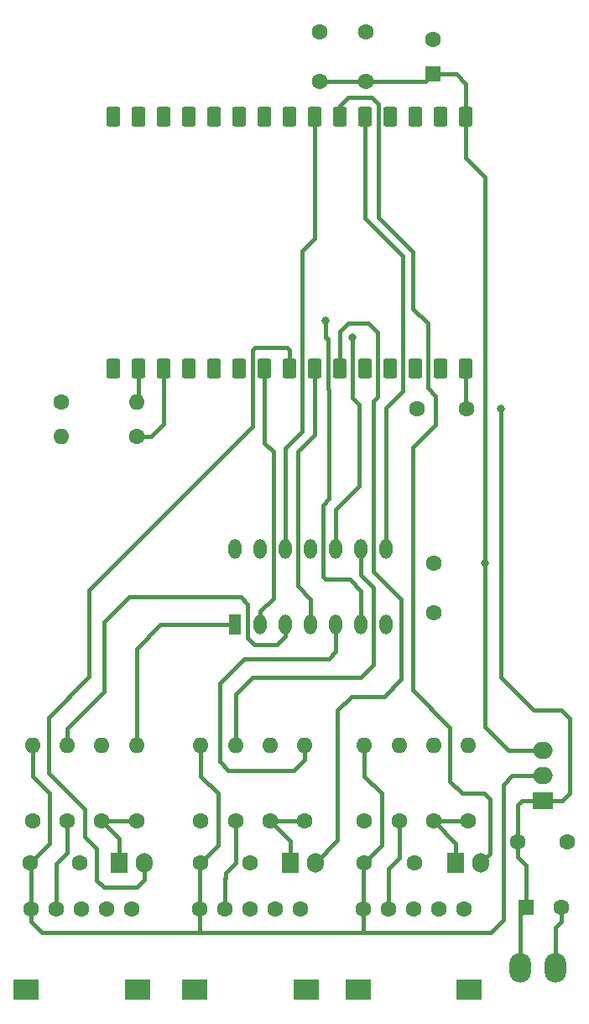
<source format=gbr>
%TF.GenerationSoftware,KiCad,Pcbnew,8.0.0*%
%TF.CreationDate,2024-03-07T23:13:00+02:00*%
%TF.ProjectId,touchdro-board,746f7563-6864-4726-9f2d-626f6172642e,rev?*%
%TF.SameCoordinates,Original*%
%TF.FileFunction,Copper,L1,Top*%
%TF.FilePolarity,Positive*%
%FSLAX46Y46*%
G04 Gerber Fmt 4.6, Leading zero omitted, Abs format (unit mm)*
G04 Created by KiCad (PCBNEW 8.0.0) date 2024-03-07 23:13:00*
%MOMM*%
%LPD*%
G01*
G04 APERTURE LIST*
G04 Aperture macros list*
%AMRoundRect*
0 Rectangle with rounded corners*
0 $1 Rounding radius*
0 $2 $3 $4 $5 $6 $7 $8 $9 X,Y pos of 4 corners*
0 Add a 4 corners polygon primitive as box body*
4,1,4,$2,$3,$4,$5,$6,$7,$8,$9,$2,$3,0*
0 Add four circle primitives for the rounded corners*
1,1,$1+$1,$2,$3*
1,1,$1+$1,$4,$5*
1,1,$1+$1,$6,$7*
1,1,$1+$1,$8,$9*
0 Add four rect primitives between the rounded corners*
20,1,$1+$1,$2,$3,$4,$5,0*
20,1,$1+$1,$4,$5,$6,$7,0*
20,1,$1+$1,$6,$7,$8,$9,0*
20,1,$1+$1,$8,$9,$2,$3,0*%
G04 Aperture macros list end*
%TA.AperFunction,ComponentPad*%
%ADD10C,1.600000*%
%TD*%
%TA.AperFunction,ComponentPad*%
%ADD11R,1.600000X1.600000*%
%TD*%
%TA.AperFunction,ComponentPad*%
%ADD12O,1.600000X1.600000*%
%TD*%
%TA.AperFunction,ComponentPad*%
%ADD13R,2.500000X2.000000*%
%TD*%
%TA.AperFunction,ComponentPad*%
%ADD14R,2.000000X1.700000*%
%TD*%
%TA.AperFunction,ComponentPad*%
%ADD15O,2.000000X1.700000*%
%TD*%
%TA.AperFunction,ComponentPad*%
%ADD16R,1.300000X2.000000*%
%TD*%
%TA.AperFunction,ComponentPad*%
%ADD17O,1.300000X2.000000*%
%TD*%
%TA.AperFunction,ComponentPad*%
%ADD18R,1.700000X2.000000*%
%TD*%
%TA.AperFunction,ComponentPad*%
%ADD19O,1.700000X2.000000*%
%TD*%
%TA.AperFunction,ComponentPad*%
%ADD20RoundRect,0.229659X0.470341X-0.770341X0.470341X0.770341X-0.470341X0.770341X-0.470341X-0.770341X0*%
%TD*%
%TA.AperFunction,ComponentPad*%
%ADD21O,2.200000X3.000000*%
%TD*%
%TA.AperFunction,ViaPad*%
%ADD22C,0.800000*%
%TD*%
%TA.AperFunction,Conductor*%
%ADD23C,0.400000*%
%TD*%
G04 APERTURE END LIST*
D10*
%TO.P,C4,1*%
%TO.N,+3V3*%
X146580000Y-61690000D03*
%TO.P,C4,2*%
%TO.N,GND*%
X146580000Y-56690000D03*
%TD*%
D11*
%TO.P,C6,1*%
%TO.N,+5V*%
X162777349Y-144990000D03*
D10*
%TO.P,C6,2*%
%TO.N,GND*%
X166277349Y-144990000D03*
%TD*%
%TO.P,R13,1*%
%TO.N,/Y_CLK*%
X136930000Y-136300000D03*
D12*
%TO.P,R13,2*%
%TO.N,/SCALE_VIN*%
X136930000Y-128680000D03*
%TD*%
D10*
%TO.P,C5,1*%
%TO.N,+3V3*%
X141930000Y-61690000D03*
%TO.P,C5,2*%
%TO.N,GND*%
X141930000Y-56690000D03*
%TD*%
%TO.P,R2,1*%
%TO.N,/X_D*%
X116430000Y-136300000D03*
D12*
%TO.P,R2,2*%
%TO.N,Net-(R2-Pad2)*%
X116430000Y-128680000D03*
%TD*%
D10*
%TO.P,R12,1*%
%TO.N,/X_D*%
X112930000Y-136300000D03*
D12*
%TO.P,R12,2*%
%TO.N,/SCALE_VIN*%
X112930000Y-128680000D03*
%TD*%
D10*
%TO.P,C1,1*%
%TO.N,+3V3*%
X153430000Y-110290000D03*
%TO.P,C1,2*%
%TO.N,GND*%
X153430000Y-115290000D03*
%TD*%
%TO.P,C2,1*%
%TO.N,/SCALE_VIN*%
X112705000Y-140495000D03*
%TO.P,C2,2*%
%TO.N,GND*%
X117705000Y-140495000D03*
%TD*%
%TO.P,J1,1,VBUS*%
%TO.N,/SCALE_VIN*%
X112830000Y-145190000D03*
%TO.P,J1,2,D-*%
%TO.N,/X_D*%
X115370000Y-145190000D03*
%TO.P,J1,3,D+*%
%TO.N,/X_CLK*%
X117910000Y-145190000D03*
%TO.P,J1,4,ID*%
%TO.N,unconnected-(J1-ID-Pad4)*%
X120450000Y-145190000D03*
%TO.P,J1,5,GND*%
%TO.N,GND*%
X122990000Y-145190000D03*
D13*
%TO.P,J1,6,Shield*%
X112330000Y-153290000D03*
X123530000Y-153290000D03*
%TD*%
D10*
%TO.P,C9,1*%
%TO.N,/SCALE_VIN*%
X129930000Y-140485000D03*
%TO.P,C9,2*%
%TO.N,GND*%
X134930000Y-140485000D03*
%TD*%
D14*
%TO.P,J20,1,Pin_1*%
%TO.N,+5V*%
X164430000Y-134215000D03*
D15*
%TO.P,J20,2,Pin_2*%
%TO.N,/SCALE_VIN*%
X164430000Y-131675000D03*
%TO.P,J20,3,Pin_3*%
%TO.N,+3V3*%
X164430000Y-129135000D03*
%TD*%
D16*
%TO.P,U1,1*%
%TO.N,Net-(R1-Pad2)*%
X133390000Y-116490000D03*
D17*
%TO.P,U1,2*%
%TO.N,/X_CLOCK_IN*%
X135930000Y-116490000D03*
%TO.P,U1,3*%
%TO.N,Net-(R2-Pad2)*%
X138470000Y-116490000D03*
%TO.P,U1,4*%
%TO.N,/X_DATA*%
X141010000Y-116490000D03*
%TO.P,U1,5*%
%TO.N,Net-(R15-Pad2)*%
X143550000Y-116490000D03*
%TO.P,U1,6*%
%TO.N,/Y_CLOCK_IN*%
X146090000Y-116490000D03*
%TO.P,U1,7,GND*%
%TO.N,GND*%
X148630000Y-116490000D03*
%TO.P,U1,8*%
%TO.N,/Y_DATA*%
X148630000Y-108870000D03*
%TO.P,U1,9*%
%TO.N,Net-(R16-Pad2)*%
X146090000Y-108870000D03*
%TO.P,U1,10*%
%TO.N,/Z_CLOCK_IN*%
X143550000Y-108870000D03*
%TO.P,U1,11*%
%TO.N,Net-(R19-Pad2)*%
X141010000Y-108870000D03*
%TO.P,U1,12*%
%TO.N,/Z_DATA*%
X138470000Y-108870000D03*
%TO.P,U1,13*%
%TO.N,Net-(R20-Pad2)*%
X135930000Y-108870000D03*
%TO.P,U1,14,VCC*%
%TO.N,+3V3*%
X133390000Y-108870000D03*
%TD*%
D10*
%TO.P,C7,1*%
%TO.N,+5V*%
X156730000Y-94690000D03*
%TO.P,C7,2*%
%TO.N,GND*%
X151730000Y-94690000D03*
%TD*%
%TO.P,C10,1*%
%TO.N,/SCALE_VIN*%
X146450000Y-140485000D03*
%TO.P,C10,2*%
%TO.N,GND*%
X151450000Y-140485000D03*
%TD*%
%TO.P,R17,1*%
%TO.N,/Z_CLK*%
X153430000Y-136300000D03*
D12*
%TO.P,R17,2*%
%TO.N,/SCALE_VIN*%
X153430000Y-128680000D03*
%TD*%
D10*
%TO.P,R19,1*%
%TO.N,/Z_CLK*%
X156930000Y-136300000D03*
D12*
%TO.P,R19,2*%
%TO.N,Net-(R19-Pad2)*%
X156930000Y-128680000D03*
%TD*%
D18*
%TO.P,JP1,1,A*%
%TO.N,/X_CLK*%
X121655000Y-140495000D03*
D19*
%TO.P,JP1,2,B*%
%TO.N,/X_CLOCK_OUT*%
X124195000Y-140495000D03*
%TD*%
D10*
%TO.P,R1,1*%
%TO.N,/X_CLK*%
X123430000Y-136300000D03*
D12*
%TO.P,R1,2*%
%TO.N,Net-(R1-Pad2)*%
X123430000Y-128680000D03*
%TD*%
D20*
%TO.P,U3,1,EN*%
%TO.N,unconnected-(U3-EN-Pad1)*%
X121120000Y-90640000D03*
%TO.P,U3,2,SENSOR_VP*%
%TO.N,/SEN_VP*%
X123660000Y-90640000D03*
%TO.P,U3,3,SENSOR_VN*%
%TO.N,/SEN_VN*%
X126200000Y-90640000D03*
%TO.P,U3,4,IO34*%
%TO.N,unconnected-(U3-IO34-Pad4)*%
X128740000Y-90640000D03*
%TO.P,U3,5,IO35*%
%TO.N,/Z_CLOCK_IN*%
X131280000Y-90640000D03*
%TO.P,U3,6,IO32*%
%TO.N,/Y_CLOCK_IN*%
X133820000Y-90640000D03*
%TO.P,U3,7,IO33*%
%TO.N,/X_CLOCK_IN*%
X136360000Y-90640000D03*
%TO.P,U3,8,IO25*%
%TO.N,/X_CLOCK_OUT*%
X138900000Y-90640000D03*
%TO.P,U3,9,IO26*%
%TO.N,/X_DATA*%
X141440000Y-90640000D03*
%TO.P,U3,10,IO27*%
%TO.N,/Y_CLOCK_OUT*%
X143980000Y-90640000D03*
%TO.P,U3,11,IO14*%
%TO.N,unconnected-(U3-IO14-Pad11)*%
X146520000Y-90640000D03*
%TO.P,U3,12,IO12*%
%TO.N,unconnected-(U3-IO12-Pad12)*%
X149060000Y-90640000D03*
%TO.P,U3,13,IO13*%
%TO.N,unconnected-(U3-IO13-Pad13)*%
X151600000Y-90640000D03*
%TO.P,U3,14,GND*%
%TO.N,GND*%
X154140000Y-90640000D03*
%TO.P,U3,15,VIN*%
%TO.N,+5V*%
X156680000Y-90640000D03*
%TO.P,U3,16,3V3*%
%TO.N,+3V3*%
X156680000Y-65240000D03*
%TO.P,U3,17,GND*%
%TO.N,GND*%
X154140000Y-65240000D03*
%TO.P,U3,18,IO15*%
%TO.N,unconnected-(U3-IO15-Pad18)*%
X151600000Y-65240000D03*
%TO.P,U3,19,IO2*%
%TO.N,unconnected-(U3-IO2-Pad19)*%
X149060000Y-65240000D03*
%TO.P,U3,20,IO4*%
%TO.N,/Y_DATA*%
X146520000Y-65240000D03*
%TO.P,U3,21,IO16*%
%TO.N,/Z_CLOCK_OUT*%
X143980000Y-65240000D03*
%TO.P,U3,22,IO17*%
%TO.N,/Z_DATA*%
X141440000Y-65240000D03*
%TO.P,U3,23,IO5*%
%TO.N,unconnected-(U3-IO5-Pad23)*%
X138900000Y-65240000D03*
%TO.P,U3,24,IO18*%
%TO.N,unconnected-(U3-IO18-Pad24)*%
X136360000Y-65240000D03*
%TO.P,U3,25,IO19*%
%TO.N,unconnected-(U3-IO19-Pad25)*%
X133820000Y-65240000D03*
%TO.P,U3,26,IO21*%
%TO.N,unconnected-(U3-IO21-Pad26)*%
X131280000Y-65240000D03*
%TO.P,U3,27,RXD0/IO3*%
%TO.N,unconnected-(U3-RXD0{slash}IO3-Pad27)*%
X128740000Y-65240000D03*
%TO.P,U3,28,TXD0/IO1*%
%TO.N,unconnected-(U3-TXD0{slash}IO1-Pad28)*%
X126200000Y-65240000D03*
%TO.P,U3,29,IO22*%
%TO.N,unconnected-(U3-IO22-Pad29)*%
X123660000Y-65240000D03*
%TO.P,U3,30,IO23*%
%TO.N,unconnected-(U3-IO23-Pad30)*%
X121120000Y-65240000D03*
%TD*%
D10*
%TO.P,R11,1*%
%TO.N,/X_CLK*%
X119930000Y-136300000D03*
D12*
%TO.P,R11,2*%
%TO.N,/SCALE_VIN*%
X119930000Y-128680000D03*
%TD*%
D10*
%TO.P,R18,1*%
%TO.N,/Z_D*%
X146430000Y-136300000D03*
D12*
%TO.P,R18,2*%
%TO.N,/SCALE_VIN*%
X146430000Y-128680000D03*
%TD*%
D18*
%TO.P,JP3,1,A*%
%TO.N,/Z_CLK*%
X155655000Y-140495000D03*
D19*
%TO.P,JP3,2,B*%
%TO.N,/Z_CLOCK_OUT*%
X158195000Y-140495000D03*
%TD*%
D10*
%TO.P,R4,1*%
%TO.N,/SEN_VN*%
X123490000Y-97490000D03*
D12*
%TO.P,R4,2*%
%TO.N,GND*%
X115870000Y-97490000D03*
%TD*%
D10*
%TO.P,J2,1,VBUS*%
%TO.N,/SCALE_VIN*%
X129830000Y-145190000D03*
%TO.P,J2,2,D-*%
%TO.N,/Y_D*%
X132370000Y-145190000D03*
%TO.P,J2,3,D+*%
%TO.N,/Y_CLK*%
X134910000Y-145190000D03*
%TO.P,J2,4,ID*%
%TO.N,unconnected-(J2-ID-Pad4)*%
X137450000Y-145190000D03*
%TO.P,J2,5,GND*%
%TO.N,GND*%
X139990000Y-145190000D03*
D13*
%TO.P,J2,6,Shield*%
X129330000Y-153290000D03*
X140530000Y-153290000D03*
%TD*%
D11*
%TO.P,C11,1*%
%TO.N,+3V3*%
X153330000Y-60940000D03*
D10*
%TO.P,C11,2*%
%TO.N,GND*%
X153330000Y-57440000D03*
%TD*%
D18*
%TO.P,JP2,1,A*%
%TO.N,/Y_CLK*%
X138930000Y-140490000D03*
D19*
%TO.P,JP2,2,B*%
%TO.N,/Y_CLOCK_OUT*%
X141470000Y-140490000D03*
%TD*%
D21*
%TO.P,TB1,1*%
%TO.N,+5V*%
X162180000Y-151090000D03*
%TO.P,TB1,2*%
%TO.N,GND*%
X165680000Y-151090000D03*
%TD*%
D10*
%TO.P,R20,1*%
%TO.N,/Z_D*%
X149930000Y-136300000D03*
D12*
%TO.P,R20,2*%
%TO.N,Net-(R20-Pad2)*%
X149930000Y-128680000D03*
%TD*%
D10*
%TO.P,R3,1*%
%TO.N,GND*%
X115870000Y-93990000D03*
D12*
%TO.P,R3,2*%
%TO.N,/SEN_VP*%
X123490000Y-93990000D03*
%TD*%
D10*
%TO.P,R15,1*%
%TO.N,/Y_CLK*%
X140430000Y-136300000D03*
D12*
%TO.P,R15,2*%
%TO.N,Net-(R15-Pad2)*%
X140430000Y-128680000D03*
%TD*%
D10*
%TO.P,R14,1*%
%TO.N,/Y_D*%
X129930000Y-136300000D03*
D12*
%TO.P,R14,2*%
%TO.N,/SCALE_VIN*%
X129930000Y-128680000D03*
%TD*%
D10*
%TO.P,J3,1,VBUS*%
%TO.N,/SCALE_VIN*%
X146330000Y-145190000D03*
%TO.P,J3,2,D-*%
%TO.N,/Z_D*%
X148870000Y-145190000D03*
%TO.P,J3,3,D+*%
%TO.N,/Z_CLK*%
X151410000Y-145190000D03*
%TO.P,J3,4,ID*%
%TO.N,unconnected-(J3-ID-Pad4)*%
X153950000Y-145190000D03*
%TO.P,J3,5,GND*%
%TO.N,GND*%
X156490000Y-145190000D03*
D13*
%TO.P,J3,6,Shield*%
X145830000Y-153290000D03*
X157030000Y-153290000D03*
%TD*%
D10*
%TO.P,R16,1*%
%TO.N,/Y_D*%
X133430000Y-136300000D03*
D12*
%TO.P,R16,2*%
%TO.N,Net-(R16-Pad2)*%
X133430000Y-128680000D03*
%TD*%
D10*
%TO.P,C8,1*%
%TO.N,+5V*%
X161930000Y-138390000D03*
%TO.P,C8,2*%
%TO.N,GND*%
X166930000Y-138390000D03*
%TD*%
D22*
%TO.N,/Y_CLOCK_IN*%
X142530000Y-85790000D03*
%TO.N,+5V*%
X160230000Y-94690000D03*
%TO.N,+3V3*%
X158630000Y-110290000D03*
%TO.N,/Z_CLOCK_IN*%
X145230000Y-87490000D03*
%TD*%
D23*
%TO.N,Net-(R1-Pad2)*%
X133390000Y-116490000D02*
X125830000Y-116490000D01*
X123430000Y-118890000D02*
X125830000Y-116490000D01*
X123430000Y-128680000D02*
X123430000Y-118890000D01*
%TO.N,/X_CLOCK_IN*%
X135930000Y-115090000D02*
X135930000Y-116490000D01*
X137230000Y-113790000D02*
X135930000Y-115090000D01*
X136360000Y-90640000D02*
X136360000Y-98120000D01*
X137230000Y-98990000D02*
X137230000Y-113790000D01*
X136360000Y-98120000D02*
X137230000Y-98990000D01*
%TO.N,Net-(R2-Pad2)*%
X135330000Y-118490000D02*
X137630000Y-118490000D01*
X134630000Y-114390000D02*
X134630000Y-117790000D01*
X137630000Y-118490000D02*
X138470000Y-117650000D01*
X120180000Y-123240000D02*
X120180000Y-116190000D01*
X116430000Y-128680000D02*
X116430000Y-126990000D01*
X122680000Y-113690000D02*
X133930000Y-113690000D01*
X138470000Y-117650000D02*
X138470000Y-116490000D01*
X134630000Y-117790000D02*
X135330000Y-118490000D01*
X133930000Y-113690000D02*
X134630000Y-114390000D01*
X116430000Y-126990000D02*
X120180000Y-123240000D01*
X120180000Y-116190000D02*
X122680000Y-113690000D01*
%TO.N,/X_DATA*%
X141010000Y-116490000D02*
X141010000Y-113870000D01*
X141010000Y-113870000D02*
X139730000Y-112590000D01*
X141440000Y-97280000D02*
X139730000Y-98990000D01*
X139730000Y-112590000D02*
X139730000Y-98990000D01*
X141440000Y-90640000D02*
X141440000Y-97280000D01*
%TO.N,/SCALE_VIN*%
X114680000Y-138520000D02*
X114680000Y-133740000D01*
X146430000Y-131740000D02*
X148180000Y-133490000D01*
X160430000Y-132590000D02*
X160430000Y-146240000D01*
X131680000Y-138735000D02*
X131680000Y-133490000D01*
X146450000Y-145070000D02*
X146330000Y-145190000D01*
X129930000Y-131740000D02*
X129930000Y-128680000D01*
X146450000Y-140485000D02*
X148180000Y-138755000D01*
X112830000Y-141115000D02*
X112705000Y-140990000D01*
X129930000Y-140485000D02*
X131680000Y-138735000D01*
X114680000Y-133490000D02*
X112930000Y-131740000D01*
X129830000Y-145190000D02*
X129830000Y-140585000D01*
X113930000Y-147490000D02*
X112830000Y-146390000D01*
X146430000Y-147490000D02*
X129930000Y-147490000D01*
X114680000Y-133740000D02*
X114680000Y-133490000D01*
X148180000Y-138755000D02*
X148180000Y-133490000D01*
X146430000Y-128680000D02*
X146430000Y-129740000D01*
X129930000Y-147490000D02*
X113930000Y-147490000D01*
X146330000Y-145190000D02*
X146330000Y-140605000D01*
X112930000Y-131740000D02*
X112930000Y-128680000D01*
X146430000Y-129740000D02*
X146430000Y-131740000D01*
X112830000Y-140620000D02*
X112705000Y-140495000D01*
X131680000Y-133490000D02*
X129930000Y-131740000D01*
X160430000Y-146240000D02*
X159180000Y-147490000D01*
X129830000Y-147390000D02*
X129930000Y-147490000D01*
X112705000Y-140495000D02*
X114680000Y-138520000D01*
X129830000Y-145190000D02*
X129830000Y-147390000D01*
X112830000Y-146390000D02*
X112830000Y-145190000D01*
X146330000Y-145190000D02*
X146330000Y-147390000D01*
X112830000Y-145190000D02*
X112830000Y-140620000D01*
X164430000Y-131675000D02*
X161345000Y-131675000D01*
X146330000Y-140605000D02*
X146450000Y-140485000D01*
X161345000Y-131675000D02*
X160430000Y-132590000D01*
X146330000Y-147390000D02*
X146430000Y-147490000D01*
X129830000Y-140585000D02*
X129930000Y-140485000D01*
X159180000Y-147490000D02*
X146430000Y-147490000D01*
%TO.N,/Y_CLOCK_IN*%
X142530000Y-85790000D02*
X142530000Y-87490000D01*
X142830000Y-92790000D02*
X142830000Y-103790000D01*
X142230000Y-104390000D02*
X142230000Y-111590000D01*
X144930000Y-111890000D02*
X146090000Y-113050000D01*
X142230000Y-111590000D02*
X142530000Y-111890000D01*
X142830000Y-103790000D02*
X142230000Y-104390000D01*
X142730000Y-87690000D02*
X142730000Y-92690000D01*
X146090000Y-113050000D02*
X146090000Y-116490000D01*
X142730000Y-92690000D02*
X142830000Y-92790000D01*
X142530000Y-87490000D02*
X142730000Y-87690000D01*
X142530000Y-111890000D02*
X144930000Y-111890000D01*
%TO.N,GND*%
X166277349Y-146392651D02*
X165680000Y-146990000D01*
X165680000Y-146990000D02*
X165680000Y-151090000D01*
X166277349Y-144990000D02*
X166277349Y-146392651D01*
%TO.N,/Y_DATA*%
X148630000Y-108870000D02*
X148630000Y-94590000D01*
X146520000Y-75480000D02*
X150330000Y-79290000D01*
X150330000Y-92890000D02*
X150330000Y-79290000D01*
X146520000Y-65240000D02*
X146520000Y-75480000D01*
X148630000Y-94590000D02*
X150330000Y-92890000D01*
%TO.N,+5V*%
X162777349Y-145142651D02*
X162180000Y-145740000D01*
X162777349Y-140790000D02*
X161930000Y-139942651D01*
X166330000Y-125090000D02*
X167130000Y-125890000D01*
X162777349Y-144990000D02*
X162777349Y-140790000D01*
X161930000Y-138390000D02*
X161930000Y-134615000D01*
X156680000Y-94640000D02*
X156730000Y-94690000D01*
X162180000Y-145740000D02*
X162180000Y-151090000D01*
X156680000Y-90640000D02*
X156680000Y-94640000D01*
X167130000Y-125890000D02*
X167130000Y-133490000D01*
X163530000Y-125090000D02*
X166330000Y-125090000D01*
X166405000Y-134215000D02*
X167130000Y-133490000D01*
X161930000Y-134615000D02*
X162330000Y-134215000D01*
X164430000Y-134215000D02*
X166405000Y-134215000D01*
X162777349Y-144990000D02*
X162777349Y-145142651D01*
X160230000Y-94690000D02*
X160230000Y-121790000D01*
X161930000Y-139942651D02*
X161930000Y-138390000D01*
X160230000Y-121790000D02*
X163530000Y-125090000D01*
X164430000Y-134215000D02*
X162330000Y-134215000D01*
%TO.N,+3V3*%
X141930000Y-61690000D02*
X146580000Y-61690000D01*
X156680000Y-65240000D02*
X156680000Y-61890000D01*
X158630000Y-126790000D02*
X158630000Y-71290000D01*
X158630000Y-71290000D02*
X156680000Y-69340000D01*
X146580000Y-61690000D02*
X152580000Y-61690000D01*
X153330000Y-60940000D02*
X155730000Y-60940000D01*
X152580000Y-61690000D02*
X153330000Y-60940000D01*
X160975000Y-129135000D02*
X158630000Y-126790000D01*
X155730000Y-60940000D02*
X156680000Y-61890000D01*
X164430000Y-129135000D02*
X160975000Y-129135000D01*
X156680000Y-69340000D02*
X156680000Y-65240000D01*
%TO.N,Net-(R15-Pad2)*%
X140430000Y-130090000D02*
X139330000Y-131190000D01*
X140430000Y-128680000D02*
X140430000Y-130090000D01*
X134330000Y-119890000D02*
X142830000Y-119890000D01*
X132730000Y-131190000D02*
X131830000Y-130290000D01*
X139330000Y-131190000D02*
X132730000Y-131190000D01*
X131830000Y-122390000D02*
X134330000Y-119890000D01*
X143550000Y-116490000D02*
X143550000Y-119170000D01*
X143550000Y-119170000D02*
X142830000Y-119890000D01*
X131830000Y-130290000D02*
X131830000Y-122390000D01*
%TO.N,/Z_CLOCK_IN*%
X145230000Y-93590000D02*
X145930000Y-94290000D01*
X145230000Y-87490000D02*
X145230000Y-93590000D01*
X145930000Y-94290000D02*
X145930000Y-102490000D01*
X143550000Y-104870000D02*
X143550000Y-108870000D01*
X145930000Y-102490000D02*
X143550000Y-104870000D01*
%TO.N,Net-(R16-Pad2)*%
X133430000Y-123490000D02*
X133430000Y-128680000D01*
X146090000Y-108870000D02*
X146090000Y-111450000D01*
X135130000Y-121790000D02*
X133430000Y-123490000D01*
X147330000Y-112690000D02*
X147330000Y-120490000D01*
X146030000Y-121790000D02*
X135130000Y-121790000D01*
X146090000Y-111450000D02*
X147330000Y-112690000D01*
X147330000Y-120490000D02*
X146030000Y-121790000D01*
%TO.N,/Z_DATA*%
X140130000Y-96990000D02*
X140130000Y-78790000D01*
X141440000Y-65240000D02*
X141440000Y-77480000D01*
X141440000Y-77480000D02*
X140130000Y-78790000D01*
X138470000Y-108870000D02*
X138470000Y-98650000D01*
X138470000Y-98650000D02*
X140130000Y-96990000D01*
%TO.N,/X_D*%
X115370000Y-145190000D02*
X115370000Y-140550000D01*
X116430000Y-139490000D02*
X116430000Y-136300000D01*
X115370000Y-140550000D02*
X116430000Y-139490000D01*
%TO.N,/X_CLK*%
X121655000Y-138025000D02*
X119930000Y-136300000D01*
X121655000Y-140495000D02*
X121655000Y-138025000D01*
X123430000Y-136300000D02*
X119930000Y-136300000D01*
%TO.N,/Y_D*%
X132370000Y-142050000D02*
X132370000Y-145190000D01*
X133430000Y-136300000D02*
X133430000Y-140490000D01*
X133430000Y-140490000D02*
X132430000Y-141490000D01*
X132430000Y-141990000D02*
X132370000Y-142050000D01*
X132430000Y-141490000D02*
X132430000Y-141990000D01*
%TO.N,/Y_CLK*%
X138930000Y-140490000D02*
X138930000Y-138300000D01*
X138930000Y-138300000D02*
X136930000Y-136300000D01*
X136930000Y-136300000D02*
X140430000Y-136300000D01*
%TO.N,/Z_D*%
X148870000Y-145190000D02*
X148870000Y-141050000D01*
X148870000Y-141050000D02*
X149930000Y-139990000D01*
X149930000Y-139990000D02*
X149930000Y-136300000D01*
%TO.N,/Z_CLK*%
X155655000Y-140495000D02*
X155655000Y-138525000D01*
X153430000Y-136300000D02*
X156930000Y-136300000D01*
X155655000Y-138525000D02*
X153430000Y-136300000D01*
%TO.N,/Y_CLOCK_OUT*%
X148430000Y-123690000D02*
X145130000Y-123690000D01*
X150130000Y-121990000D02*
X148430000Y-123690000D01*
X147730000Y-86990000D02*
X147730000Y-93490000D01*
X150130000Y-113890000D02*
X150130000Y-121990000D01*
X147330000Y-111090000D02*
X150130000Y-113890000D01*
X147730000Y-93490000D02*
X147330000Y-93890000D01*
X147330000Y-93890000D02*
X147330000Y-111090000D01*
X143730000Y-125090000D02*
X143730000Y-138230000D01*
X143980000Y-86940000D02*
X144830000Y-86090000D01*
X143980000Y-90640000D02*
X143980000Y-86940000D01*
X145130000Y-123690000D02*
X143730000Y-125090000D01*
X146830000Y-86090000D02*
X147730000Y-86990000D01*
X144830000Y-86090000D02*
X146830000Y-86090000D01*
X143730000Y-138230000D02*
X141470000Y-140490000D01*
%TO.N,/Z_CLOCK_OUT*%
X143980000Y-64140000D02*
X143980000Y-65240000D01*
X158530000Y-133490000D02*
X156330000Y-133490000D01*
X151330000Y-78890000D02*
X147830000Y-75390000D01*
X156330000Y-133490000D02*
X155080000Y-132240000D01*
X151330000Y-84590000D02*
X151330000Y-78890000D01*
X151330000Y-123090000D02*
X151330000Y-98590000D01*
X158195000Y-140495000D02*
X159130000Y-139560000D01*
X147830000Y-75390000D02*
X147830000Y-63990000D01*
X159130000Y-139560000D02*
X159130000Y-134090000D01*
X144830000Y-63290000D02*
X143980000Y-64140000D01*
X159130000Y-134090000D02*
X158530000Y-133490000D01*
X153630000Y-96290000D02*
X153630000Y-93390000D01*
X153630000Y-93390000D02*
X152830000Y-92590000D01*
X151330000Y-98590000D02*
X153630000Y-96290000D01*
X147830000Y-63990000D02*
X147130000Y-63290000D01*
X155080000Y-132240000D02*
X155080000Y-126840000D01*
X152830000Y-92590000D02*
X152830000Y-86090000D01*
X155080000Y-126840000D02*
X151330000Y-123090000D01*
X147130000Y-63290000D02*
X144830000Y-63290000D01*
X152830000Y-86090000D02*
X151330000Y-84590000D01*
%TO.N,/X_CLOCK_OUT*%
X119430000Y-142290000D02*
X119430000Y-139090000D01*
X135430000Y-88490000D02*
X138650000Y-88490000D01*
X138650000Y-88490000D02*
X138900000Y-88740000D01*
X119430000Y-139090000D02*
X118230000Y-137890000D01*
X138900000Y-88740000D02*
X138900000Y-90640000D01*
X120130000Y-142990000D02*
X119430000Y-142290000D01*
X114605000Y-125815000D02*
X118680000Y-121740000D01*
X123430000Y-142990000D02*
X120130000Y-142990000D01*
X118230000Y-135090000D02*
X114605000Y-131465000D01*
X135180000Y-88740000D02*
X135430000Y-88490000D01*
X114605000Y-131465000D02*
X114605000Y-125815000D01*
X118680000Y-112990000D02*
X135180000Y-96490000D01*
X124195000Y-142225000D02*
X123430000Y-142990000D01*
X124195000Y-140495000D02*
X124195000Y-142225000D01*
X118230000Y-137890000D02*
X118230000Y-135090000D01*
X118680000Y-121740000D02*
X118680000Y-112990000D01*
X135180000Y-96490000D02*
X135180000Y-88740000D01*
%TO.N,/SEN_VP*%
X123660000Y-93820000D02*
X123490000Y-93990000D01*
X123660000Y-90640000D02*
X123660000Y-93820000D01*
%TO.N,/SEN_VN*%
X126200000Y-90640000D02*
X126200000Y-96220000D01*
X124930000Y-97490000D02*
X126200000Y-96220000D01*
X123490000Y-97490000D02*
X124930000Y-97490000D01*
%TD*%
M02*

</source>
